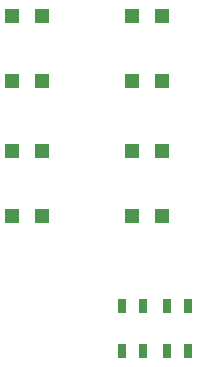
<source format=gtp>
G75*
%MOIN*%
%OFA0B0*%
%FSLAX24Y24*%
%IPPOS*%
%LPD*%
%AMOC8*
5,1,8,0,0,1.08239X$1,22.5*
%
%ADD10R,0.0500X0.0500*%
%ADD11R,0.0315X0.0472*%
D10*
X014660Y007660D03*
X015660Y007660D03*
X015660Y009820D03*
X014660Y009820D03*
X014660Y012160D03*
X015660Y012160D03*
X015660Y014320D03*
X014660Y014320D03*
X018660Y014320D03*
X019660Y014320D03*
X019660Y012160D03*
X018660Y012160D03*
X018660Y009820D03*
X019660Y009820D03*
X019660Y007660D03*
X018660Y007660D03*
D11*
X018306Y004660D03*
X019014Y004660D03*
X019806Y004660D03*
X020514Y004660D03*
X020514Y003160D03*
X019806Y003160D03*
X019014Y003160D03*
X018306Y003160D03*
M02*

</source>
